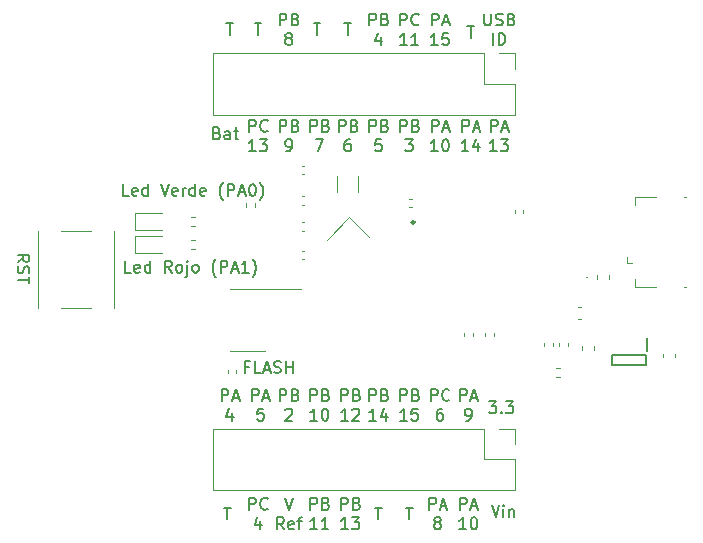
<source format=gbr>
%TF.GenerationSoftware,KiCad,Pcbnew,(5.1.9)-1*%
%TF.CreationDate,2021-08-30T23:08:19-04:00*%
%TF.ProjectId,STM32G491,53544d33-3247-4343-9931-2e6b69636164,rev?*%
%TF.SameCoordinates,Original*%
%TF.FileFunction,Legend,Top*%
%TF.FilePolarity,Positive*%
%FSLAX46Y46*%
G04 Gerber Fmt 4.6, Leading zero omitted, Abs format (unit mm)*
G04 Created by KiCad (PCBNEW (5.1.9)-1) date 2021-08-30 23:08:19*
%MOMM*%
%LPD*%
G01*
G04 APERTURE LIST*
%ADD10C,0.150000*%
%ADD11C,0.153000*%
%ADD12C,0.120000*%
%ADD13C,0.250000*%
%ADD14C,0.200000*%
G04 APERTURE END LIST*
D10*
X176714285Y-99902380D02*
X177285714Y-99902380D01*
X177000000Y-100902380D02*
X177000000Y-99902380D01*
X192114285Y-99902380D02*
X192685714Y-99902380D01*
X192400000Y-100902380D02*
X192400000Y-99902380D01*
X189514285Y-99902380D02*
X190085714Y-99902380D01*
X189800000Y-100902380D02*
X189800000Y-99902380D01*
X199376190Y-99702380D02*
X199709523Y-100702380D01*
X200042857Y-99702380D01*
X200376190Y-100702380D02*
X200376190Y-100035714D01*
X200376190Y-99702380D02*
X200328571Y-99750000D01*
X200376190Y-99797619D01*
X200423809Y-99750000D01*
X200376190Y-99702380D01*
X200376190Y-99797619D01*
X200852380Y-100035714D02*
X200852380Y-100702380D01*
X200852380Y-100130952D02*
X200900000Y-100083333D01*
X200995238Y-100035714D01*
X201138095Y-100035714D01*
X201233333Y-100083333D01*
X201280952Y-100178571D01*
X201280952Y-100702380D01*
X196709523Y-100077380D02*
X196709523Y-99077380D01*
X197090476Y-99077380D01*
X197185714Y-99125000D01*
X197233333Y-99172619D01*
X197280952Y-99267857D01*
X197280952Y-99410714D01*
X197233333Y-99505952D01*
X197185714Y-99553571D01*
X197090476Y-99601190D01*
X196709523Y-99601190D01*
X197661904Y-99791666D02*
X198138095Y-99791666D01*
X197566666Y-100077380D02*
X197900000Y-99077380D01*
X198233333Y-100077380D01*
X197209523Y-101727380D02*
X196638095Y-101727380D01*
X196923809Y-101727380D02*
X196923809Y-100727380D01*
X196828571Y-100870238D01*
X196733333Y-100965476D01*
X196638095Y-101013095D01*
X197828571Y-100727380D02*
X197923809Y-100727380D01*
X198019047Y-100775000D01*
X198066666Y-100822619D01*
X198114285Y-100917857D01*
X198161904Y-101108333D01*
X198161904Y-101346428D01*
X198114285Y-101536904D01*
X198066666Y-101632142D01*
X198019047Y-101679761D01*
X197923809Y-101727380D01*
X197828571Y-101727380D01*
X197733333Y-101679761D01*
X197685714Y-101632142D01*
X197638095Y-101536904D01*
X197590476Y-101346428D01*
X197590476Y-101108333D01*
X197638095Y-100917857D01*
X197685714Y-100822619D01*
X197733333Y-100775000D01*
X197828571Y-100727380D01*
X194109523Y-100077380D02*
X194109523Y-99077380D01*
X194490476Y-99077380D01*
X194585714Y-99125000D01*
X194633333Y-99172619D01*
X194680952Y-99267857D01*
X194680952Y-99410714D01*
X194633333Y-99505952D01*
X194585714Y-99553571D01*
X194490476Y-99601190D01*
X194109523Y-99601190D01*
X195061904Y-99791666D02*
X195538095Y-99791666D01*
X194966666Y-100077380D02*
X195300000Y-99077380D01*
X195633333Y-100077380D01*
X194704761Y-101155952D02*
X194609523Y-101108333D01*
X194561904Y-101060714D01*
X194514285Y-100965476D01*
X194514285Y-100917857D01*
X194561904Y-100822619D01*
X194609523Y-100775000D01*
X194704761Y-100727380D01*
X194895238Y-100727380D01*
X194990476Y-100775000D01*
X195038095Y-100822619D01*
X195085714Y-100917857D01*
X195085714Y-100965476D01*
X195038095Y-101060714D01*
X194990476Y-101108333D01*
X194895238Y-101155952D01*
X194704761Y-101155952D01*
X194609523Y-101203571D01*
X194561904Y-101251190D01*
X194514285Y-101346428D01*
X194514285Y-101536904D01*
X194561904Y-101632142D01*
X194609523Y-101679761D01*
X194704761Y-101727380D01*
X194895238Y-101727380D01*
X194990476Y-101679761D01*
X195038095Y-101632142D01*
X195085714Y-101536904D01*
X195085714Y-101346428D01*
X195038095Y-101251190D01*
X194990476Y-101203571D01*
X194895238Y-101155952D01*
X186638095Y-100077380D02*
X186638095Y-99077380D01*
X187019047Y-99077380D01*
X187114285Y-99125000D01*
X187161904Y-99172619D01*
X187209523Y-99267857D01*
X187209523Y-99410714D01*
X187161904Y-99505952D01*
X187114285Y-99553571D01*
X187019047Y-99601190D01*
X186638095Y-99601190D01*
X187971428Y-99553571D02*
X188114285Y-99601190D01*
X188161904Y-99648809D01*
X188209523Y-99744047D01*
X188209523Y-99886904D01*
X188161904Y-99982142D01*
X188114285Y-100029761D01*
X188019047Y-100077380D01*
X187638095Y-100077380D01*
X187638095Y-99077380D01*
X187971428Y-99077380D01*
X188066666Y-99125000D01*
X188114285Y-99172619D01*
X188161904Y-99267857D01*
X188161904Y-99363095D01*
X188114285Y-99458333D01*
X188066666Y-99505952D01*
X187971428Y-99553571D01*
X187638095Y-99553571D01*
X187209523Y-101727380D02*
X186638095Y-101727380D01*
X186923809Y-101727380D02*
X186923809Y-100727380D01*
X186828571Y-100870238D01*
X186733333Y-100965476D01*
X186638095Y-101013095D01*
X187542857Y-100727380D02*
X188161904Y-100727380D01*
X187828571Y-101108333D01*
X187971428Y-101108333D01*
X188066666Y-101155952D01*
X188114285Y-101203571D01*
X188161904Y-101298809D01*
X188161904Y-101536904D01*
X188114285Y-101632142D01*
X188066666Y-101679761D01*
X187971428Y-101727380D01*
X187685714Y-101727380D01*
X187590476Y-101679761D01*
X187542857Y-101632142D01*
X184038095Y-100077380D02*
X184038095Y-99077380D01*
X184419047Y-99077380D01*
X184514285Y-99125000D01*
X184561904Y-99172619D01*
X184609523Y-99267857D01*
X184609523Y-99410714D01*
X184561904Y-99505952D01*
X184514285Y-99553571D01*
X184419047Y-99601190D01*
X184038095Y-99601190D01*
X185371428Y-99553571D02*
X185514285Y-99601190D01*
X185561904Y-99648809D01*
X185609523Y-99744047D01*
X185609523Y-99886904D01*
X185561904Y-99982142D01*
X185514285Y-100029761D01*
X185419047Y-100077380D01*
X185038095Y-100077380D01*
X185038095Y-99077380D01*
X185371428Y-99077380D01*
X185466666Y-99125000D01*
X185514285Y-99172619D01*
X185561904Y-99267857D01*
X185561904Y-99363095D01*
X185514285Y-99458333D01*
X185466666Y-99505952D01*
X185371428Y-99553571D01*
X185038095Y-99553571D01*
X184609523Y-101727380D02*
X184038095Y-101727380D01*
X184323809Y-101727380D02*
X184323809Y-100727380D01*
X184228571Y-100870238D01*
X184133333Y-100965476D01*
X184038095Y-101013095D01*
X185561904Y-101727380D02*
X184990476Y-101727380D01*
X185276190Y-101727380D02*
X185276190Y-100727380D01*
X185180952Y-100870238D01*
X185085714Y-100965476D01*
X184990476Y-101013095D01*
X181866666Y-99077380D02*
X182200000Y-100077380D01*
X182533333Y-99077380D01*
X181795238Y-101727380D02*
X181461904Y-101251190D01*
X181223809Y-101727380D02*
X181223809Y-100727380D01*
X181604761Y-100727380D01*
X181700000Y-100775000D01*
X181747619Y-100822619D01*
X181795238Y-100917857D01*
X181795238Y-101060714D01*
X181747619Y-101155952D01*
X181700000Y-101203571D01*
X181604761Y-101251190D01*
X181223809Y-101251190D01*
X182604761Y-101679761D02*
X182509523Y-101727380D01*
X182319047Y-101727380D01*
X182223809Y-101679761D01*
X182176190Y-101584523D01*
X182176190Y-101203571D01*
X182223809Y-101108333D01*
X182319047Y-101060714D01*
X182509523Y-101060714D01*
X182604761Y-101108333D01*
X182652380Y-101203571D01*
X182652380Y-101298809D01*
X182176190Y-101394047D01*
X182938095Y-101060714D02*
X183319047Y-101060714D01*
X183080952Y-101727380D02*
X183080952Y-100870238D01*
X183128571Y-100775000D01*
X183223809Y-100727380D01*
X183319047Y-100727380D01*
X178838095Y-100077380D02*
X178838095Y-99077380D01*
X179219047Y-99077380D01*
X179314285Y-99125000D01*
X179361904Y-99172619D01*
X179409523Y-99267857D01*
X179409523Y-99410714D01*
X179361904Y-99505952D01*
X179314285Y-99553571D01*
X179219047Y-99601190D01*
X178838095Y-99601190D01*
X180409523Y-99982142D02*
X180361904Y-100029761D01*
X180219047Y-100077380D01*
X180123809Y-100077380D01*
X179980952Y-100029761D01*
X179885714Y-99934523D01*
X179838095Y-99839285D01*
X179790476Y-99648809D01*
X179790476Y-99505952D01*
X179838095Y-99315476D01*
X179885714Y-99220238D01*
X179980952Y-99125000D01*
X180123809Y-99077380D01*
X180219047Y-99077380D01*
X180361904Y-99125000D01*
X180409523Y-99172619D01*
X179790476Y-101060714D02*
X179790476Y-101727380D01*
X179552380Y-100679761D02*
X179314285Y-101394047D01*
X179933333Y-101394047D01*
X176509523Y-90877380D02*
X176509523Y-89877380D01*
X176890476Y-89877380D01*
X176985714Y-89925000D01*
X177033333Y-89972619D01*
X177080952Y-90067857D01*
X177080952Y-90210714D01*
X177033333Y-90305952D01*
X176985714Y-90353571D01*
X176890476Y-90401190D01*
X176509523Y-90401190D01*
X177461904Y-90591666D02*
X177938095Y-90591666D01*
X177366666Y-90877380D02*
X177700000Y-89877380D01*
X178033333Y-90877380D01*
X177390476Y-91860714D02*
X177390476Y-92527380D01*
X177152380Y-91479761D02*
X176914285Y-92194047D01*
X177533333Y-92194047D01*
X179109523Y-90877380D02*
X179109523Y-89877380D01*
X179490476Y-89877380D01*
X179585714Y-89925000D01*
X179633333Y-89972619D01*
X179680952Y-90067857D01*
X179680952Y-90210714D01*
X179633333Y-90305952D01*
X179585714Y-90353571D01*
X179490476Y-90401190D01*
X179109523Y-90401190D01*
X180061904Y-90591666D02*
X180538095Y-90591666D01*
X179966666Y-90877380D02*
X180300000Y-89877380D01*
X180633333Y-90877380D01*
X180038095Y-91527380D02*
X179561904Y-91527380D01*
X179514285Y-92003571D01*
X179561904Y-91955952D01*
X179657142Y-91908333D01*
X179895238Y-91908333D01*
X179990476Y-91955952D01*
X180038095Y-92003571D01*
X180085714Y-92098809D01*
X180085714Y-92336904D01*
X180038095Y-92432142D01*
X179990476Y-92479761D01*
X179895238Y-92527380D01*
X179657142Y-92527380D01*
X179561904Y-92479761D01*
X179514285Y-92432142D01*
X181438095Y-90877380D02*
X181438095Y-89877380D01*
X181819047Y-89877380D01*
X181914285Y-89925000D01*
X181961904Y-89972619D01*
X182009523Y-90067857D01*
X182009523Y-90210714D01*
X181961904Y-90305952D01*
X181914285Y-90353571D01*
X181819047Y-90401190D01*
X181438095Y-90401190D01*
X182771428Y-90353571D02*
X182914285Y-90401190D01*
X182961904Y-90448809D01*
X183009523Y-90544047D01*
X183009523Y-90686904D01*
X182961904Y-90782142D01*
X182914285Y-90829761D01*
X182819047Y-90877380D01*
X182438095Y-90877380D01*
X182438095Y-89877380D01*
X182771428Y-89877380D01*
X182866666Y-89925000D01*
X182914285Y-89972619D01*
X182961904Y-90067857D01*
X182961904Y-90163095D01*
X182914285Y-90258333D01*
X182866666Y-90305952D01*
X182771428Y-90353571D01*
X182438095Y-90353571D01*
X181914285Y-91622619D02*
X181961904Y-91575000D01*
X182057142Y-91527380D01*
X182295238Y-91527380D01*
X182390476Y-91575000D01*
X182438095Y-91622619D01*
X182485714Y-91717857D01*
X182485714Y-91813095D01*
X182438095Y-91955952D01*
X181866666Y-92527380D01*
X182485714Y-92527380D01*
X184038095Y-90877380D02*
X184038095Y-89877380D01*
X184419047Y-89877380D01*
X184514285Y-89925000D01*
X184561904Y-89972619D01*
X184609523Y-90067857D01*
X184609523Y-90210714D01*
X184561904Y-90305952D01*
X184514285Y-90353571D01*
X184419047Y-90401190D01*
X184038095Y-90401190D01*
X185371428Y-90353571D02*
X185514285Y-90401190D01*
X185561904Y-90448809D01*
X185609523Y-90544047D01*
X185609523Y-90686904D01*
X185561904Y-90782142D01*
X185514285Y-90829761D01*
X185419047Y-90877380D01*
X185038095Y-90877380D01*
X185038095Y-89877380D01*
X185371428Y-89877380D01*
X185466666Y-89925000D01*
X185514285Y-89972619D01*
X185561904Y-90067857D01*
X185561904Y-90163095D01*
X185514285Y-90258333D01*
X185466666Y-90305952D01*
X185371428Y-90353571D01*
X185038095Y-90353571D01*
X184609523Y-92527380D02*
X184038095Y-92527380D01*
X184323809Y-92527380D02*
X184323809Y-91527380D01*
X184228571Y-91670238D01*
X184133333Y-91765476D01*
X184038095Y-91813095D01*
X185228571Y-91527380D02*
X185323809Y-91527380D01*
X185419047Y-91575000D01*
X185466666Y-91622619D01*
X185514285Y-91717857D01*
X185561904Y-91908333D01*
X185561904Y-92146428D01*
X185514285Y-92336904D01*
X185466666Y-92432142D01*
X185419047Y-92479761D01*
X185323809Y-92527380D01*
X185228571Y-92527380D01*
X185133333Y-92479761D01*
X185085714Y-92432142D01*
X185038095Y-92336904D01*
X184990476Y-92146428D01*
X184990476Y-91908333D01*
X185038095Y-91717857D01*
X185085714Y-91622619D01*
X185133333Y-91575000D01*
X185228571Y-91527380D01*
X186638095Y-90877380D02*
X186638095Y-89877380D01*
X187019047Y-89877380D01*
X187114285Y-89925000D01*
X187161904Y-89972619D01*
X187209523Y-90067857D01*
X187209523Y-90210714D01*
X187161904Y-90305952D01*
X187114285Y-90353571D01*
X187019047Y-90401190D01*
X186638095Y-90401190D01*
X187971428Y-90353571D02*
X188114285Y-90401190D01*
X188161904Y-90448809D01*
X188209523Y-90544047D01*
X188209523Y-90686904D01*
X188161904Y-90782142D01*
X188114285Y-90829761D01*
X188019047Y-90877380D01*
X187638095Y-90877380D01*
X187638095Y-89877380D01*
X187971428Y-89877380D01*
X188066666Y-89925000D01*
X188114285Y-89972619D01*
X188161904Y-90067857D01*
X188161904Y-90163095D01*
X188114285Y-90258333D01*
X188066666Y-90305952D01*
X187971428Y-90353571D01*
X187638095Y-90353571D01*
X187209523Y-92527380D02*
X186638095Y-92527380D01*
X186923809Y-92527380D02*
X186923809Y-91527380D01*
X186828571Y-91670238D01*
X186733333Y-91765476D01*
X186638095Y-91813095D01*
X187590476Y-91622619D02*
X187638095Y-91575000D01*
X187733333Y-91527380D01*
X187971428Y-91527380D01*
X188066666Y-91575000D01*
X188114285Y-91622619D01*
X188161904Y-91717857D01*
X188161904Y-91813095D01*
X188114285Y-91955952D01*
X187542857Y-92527380D01*
X188161904Y-92527380D01*
X189038095Y-90877380D02*
X189038095Y-89877380D01*
X189419047Y-89877380D01*
X189514285Y-89925000D01*
X189561904Y-89972619D01*
X189609523Y-90067857D01*
X189609523Y-90210714D01*
X189561904Y-90305952D01*
X189514285Y-90353571D01*
X189419047Y-90401190D01*
X189038095Y-90401190D01*
X190371428Y-90353571D02*
X190514285Y-90401190D01*
X190561904Y-90448809D01*
X190609523Y-90544047D01*
X190609523Y-90686904D01*
X190561904Y-90782142D01*
X190514285Y-90829761D01*
X190419047Y-90877380D01*
X190038095Y-90877380D01*
X190038095Y-89877380D01*
X190371428Y-89877380D01*
X190466666Y-89925000D01*
X190514285Y-89972619D01*
X190561904Y-90067857D01*
X190561904Y-90163095D01*
X190514285Y-90258333D01*
X190466666Y-90305952D01*
X190371428Y-90353571D01*
X190038095Y-90353571D01*
X189609523Y-92527380D02*
X189038095Y-92527380D01*
X189323809Y-92527380D02*
X189323809Y-91527380D01*
X189228571Y-91670238D01*
X189133333Y-91765476D01*
X189038095Y-91813095D01*
X190466666Y-91860714D02*
X190466666Y-92527380D01*
X190228571Y-91479761D02*
X189990476Y-92194047D01*
X190609523Y-92194047D01*
X191638095Y-90877380D02*
X191638095Y-89877380D01*
X192019047Y-89877380D01*
X192114285Y-89925000D01*
X192161904Y-89972619D01*
X192209523Y-90067857D01*
X192209523Y-90210714D01*
X192161904Y-90305952D01*
X192114285Y-90353571D01*
X192019047Y-90401190D01*
X191638095Y-90401190D01*
X192971428Y-90353571D02*
X193114285Y-90401190D01*
X193161904Y-90448809D01*
X193209523Y-90544047D01*
X193209523Y-90686904D01*
X193161904Y-90782142D01*
X193114285Y-90829761D01*
X193019047Y-90877380D01*
X192638095Y-90877380D01*
X192638095Y-89877380D01*
X192971428Y-89877380D01*
X193066666Y-89925000D01*
X193114285Y-89972619D01*
X193161904Y-90067857D01*
X193161904Y-90163095D01*
X193114285Y-90258333D01*
X193066666Y-90305952D01*
X192971428Y-90353571D01*
X192638095Y-90353571D01*
X192209523Y-92527380D02*
X191638095Y-92527380D01*
X191923809Y-92527380D02*
X191923809Y-91527380D01*
X191828571Y-91670238D01*
X191733333Y-91765476D01*
X191638095Y-91813095D01*
X193114285Y-91527380D02*
X192638095Y-91527380D01*
X192590476Y-92003571D01*
X192638095Y-91955952D01*
X192733333Y-91908333D01*
X192971428Y-91908333D01*
X193066666Y-91955952D01*
X193114285Y-92003571D01*
X193161904Y-92098809D01*
X193161904Y-92336904D01*
X193114285Y-92432142D01*
X193066666Y-92479761D01*
X192971428Y-92527380D01*
X192733333Y-92527380D01*
X192638095Y-92479761D01*
X192590476Y-92432142D01*
X194238095Y-90877380D02*
X194238095Y-89877380D01*
X194619047Y-89877380D01*
X194714285Y-89925000D01*
X194761904Y-89972619D01*
X194809523Y-90067857D01*
X194809523Y-90210714D01*
X194761904Y-90305952D01*
X194714285Y-90353571D01*
X194619047Y-90401190D01*
X194238095Y-90401190D01*
X195809523Y-90782142D02*
X195761904Y-90829761D01*
X195619047Y-90877380D01*
X195523809Y-90877380D01*
X195380952Y-90829761D01*
X195285714Y-90734523D01*
X195238095Y-90639285D01*
X195190476Y-90448809D01*
X195190476Y-90305952D01*
X195238095Y-90115476D01*
X195285714Y-90020238D01*
X195380952Y-89925000D01*
X195523809Y-89877380D01*
X195619047Y-89877380D01*
X195761904Y-89925000D01*
X195809523Y-89972619D01*
X195190476Y-91527380D02*
X195000000Y-91527380D01*
X194904761Y-91575000D01*
X194857142Y-91622619D01*
X194761904Y-91765476D01*
X194714285Y-91955952D01*
X194714285Y-92336904D01*
X194761904Y-92432142D01*
X194809523Y-92479761D01*
X194904761Y-92527380D01*
X195095238Y-92527380D01*
X195190476Y-92479761D01*
X195238095Y-92432142D01*
X195285714Y-92336904D01*
X195285714Y-92098809D01*
X195238095Y-92003571D01*
X195190476Y-91955952D01*
X195095238Y-91908333D01*
X194904761Y-91908333D01*
X194809523Y-91955952D01*
X194761904Y-92003571D01*
X194714285Y-92098809D01*
X196709523Y-90877380D02*
X196709523Y-89877380D01*
X197090476Y-89877380D01*
X197185714Y-89925000D01*
X197233333Y-89972619D01*
X197280952Y-90067857D01*
X197280952Y-90210714D01*
X197233333Y-90305952D01*
X197185714Y-90353571D01*
X197090476Y-90401190D01*
X196709523Y-90401190D01*
X197661904Y-90591666D02*
X198138095Y-90591666D01*
X197566666Y-90877380D02*
X197900000Y-89877380D01*
X198233333Y-90877380D01*
X197209523Y-92527380D02*
X197400000Y-92527380D01*
X197495238Y-92479761D01*
X197542857Y-92432142D01*
X197638095Y-92289285D01*
X197685714Y-92098809D01*
X197685714Y-91717857D01*
X197638095Y-91622619D01*
X197590476Y-91575000D01*
X197495238Y-91527380D01*
X197304761Y-91527380D01*
X197209523Y-91575000D01*
X197161904Y-91622619D01*
X197114285Y-91717857D01*
X197114285Y-91955952D01*
X197161904Y-92051190D01*
X197209523Y-92098809D01*
X197304761Y-92146428D01*
X197495238Y-92146428D01*
X197590476Y-92098809D01*
X197638095Y-92051190D01*
X197685714Y-91955952D01*
X199152380Y-90902380D02*
X199771428Y-90902380D01*
X199438095Y-91283333D01*
X199580952Y-91283333D01*
X199676190Y-91330952D01*
X199723809Y-91378571D01*
X199771428Y-91473809D01*
X199771428Y-91711904D01*
X199723809Y-91807142D01*
X199676190Y-91854761D01*
X199580952Y-91902380D01*
X199295238Y-91902380D01*
X199200000Y-91854761D01*
X199152380Y-91807142D01*
X200200000Y-91807142D02*
X200247619Y-91854761D01*
X200200000Y-91902380D01*
X200152380Y-91854761D01*
X200200000Y-91807142D01*
X200200000Y-91902380D01*
X200580952Y-90902380D02*
X201200000Y-90902380D01*
X200866666Y-91283333D01*
X201009523Y-91283333D01*
X201104761Y-91330952D01*
X201152380Y-91378571D01*
X201200000Y-91473809D01*
X201200000Y-91711904D01*
X201152380Y-91807142D01*
X201104761Y-91854761D01*
X201009523Y-91902380D01*
X200723809Y-91902380D01*
X200628571Y-91854761D01*
X200580952Y-91807142D01*
X197314285Y-59102380D02*
X197885714Y-59102380D01*
X197600000Y-60102380D02*
X197600000Y-59102380D01*
X186914285Y-58902380D02*
X187485714Y-58902380D01*
X187200000Y-59902380D02*
X187200000Y-58902380D01*
X184314285Y-58902380D02*
X184885714Y-58902380D01*
X184600000Y-59902380D02*
X184600000Y-58902380D01*
X179314285Y-58902380D02*
X179885714Y-58902380D01*
X179600000Y-59902380D02*
X179600000Y-58902380D01*
X176914285Y-58902380D02*
X177485714Y-58902380D01*
X177200000Y-59902380D02*
X177200000Y-58902380D01*
D11*
X181438095Y-59075880D02*
X181438095Y-58075880D01*
X181819047Y-58075880D01*
X181914285Y-58123500D01*
X181961904Y-58171119D01*
X182009523Y-58266357D01*
X182009523Y-58409214D01*
X181961904Y-58504452D01*
X181914285Y-58552071D01*
X181819047Y-58599690D01*
X181438095Y-58599690D01*
X182771428Y-58552071D02*
X182914285Y-58599690D01*
X182961904Y-58647309D01*
X183009523Y-58742547D01*
X183009523Y-58885404D01*
X182961904Y-58980642D01*
X182914285Y-59028261D01*
X182819047Y-59075880D01*
X182438095Y-59075880D01*
X182438095Y-58075880D01*
X182771428Y-58075880D01*
X182866666Y-58123500D01*
X182914285Y-58171119D01*
X182961904Y-58266357D01*
X182961904Y-58361595D01*
X182914285Y-58456833D01*
X182866666Y-58504452D01*
X182771428Y-58552071D01*
X182438095Y-58552071D01*
X182104761Y-60157452D02*
X182009523Y-60109833D01*
X181961904Y-60062214D01*
X181914285Y-59966976D01*
X181914285Y-59919357D01*
X181961904Y-59824119D01*
X182009523Y-59776500D01*
X182104761Y-59728880D01*
X182295238Y-59728880D01*
X182390476Y-59776500D01*
X182438095Y-59824119D01*
X182485714Y-59919357D01*
X182485714Y-59966976D01*
X182438095Y-60062214D01*
X182390476Y-60109833D01*
X182295238Y-60157452D01*
X182104761Y-60157452D01*
X182009523Y-60205071D01*
X181961904Y-60252690D01*
X181914285Y-60347928D01*
X181914285Y-60538404D01*
X181961904Y-60633642D01*
X182009523Y-60681261D01*
X182104761Y-60728880D01*
X182295238Y-60728880D01*
X182390476Y-60681261D01*
X182438095Y-60633642D01*
X182485714Y-60538404D01*
X182485714Y-60347928D01*
X182438095Y-60252690D01*
X182390476Y-60205071D01*
X182295238Y-60157452D01*
X189038095Y-59075880D02*
X189038095Y-58075880D01*
X189419047Y-58075880D01*
X189514285Y-58123500D01*
X189561904Y-58171119D01*
X189609523Y-58266357D01*
X189609523Y-58409214D01*
X189561904Y-58504452D01*
X189514285Y-58552071D01*
X189419047Y-58599690D01*
X189038095Y-58599690D01*
X190371428Y-58552071D02*
X190514285Y-58599690D01*
X190561904Y-58647309D01*
X190609523Y-58742547D01*
X190609523Y-58885404D01*
X190561904Y-58980642D01*
X190514285Y-59028261D01*
X190419047Y-59075880D01*
X190038095Y-59075880D01*
X190038095Y-58075880D01*
X190371428Y-58075880D01*
X190466666Y-58123500D01*
X190514285Y-58171119D01*
X190561904Y-58266357D01*
X190561904Y-58361595D01*
X190514285Y-58456833D01*
X190466666Y-58504452D01*
X190371428Y-58552071D01*
X190038095Y-58552071D01*
X189990476Y-60062214D02*
X189990476Y-60728880D01*
X189752380Y-59681261D02*
X189514285Y-60395547D01*
X190133333Y-60395547D01*
X191638095Y-59075880D02*
X191638095Y-58075880D01*
X192019047Y-58075880D01*
X192114285Y-58123500D01*
X192161904Y-58171119D01*
X192209523Y-58266357D01*
X192209523Y-58409214D01*
X192161904Y-58504452D01*
X192114285Y-58552071D01*
X192019047Y-58599690D01*
X191638095Y-58599690D01*
X193209523Y-58980642D02*
X193161904Y-59028261D01*
X193019047Y-59075880D01*
X192923809Y-59075880D01*
X192780952Y-59028261D01*
X192685714Y-58933023D01*
X192638095Y-58837785D01*
X192590476Y-58647309D01*
X192590476Y-58504452D01*
X192638095Y-58313976D01*
X192685714Y-58218738D01*
X192780952Y-58123500D01*
X192923809Y-58075880D01*
X193019047Y-58075880D01*
X193161904Y-58123500D01*
X193209523Y-58171119D01*
X192209523Y-60728880D02*
X191638095Y-60728880D01*
X191923809Y-60728880D02*
X191923809Y-59728880D01*
X191828571Y-59871738D01*
X191733333Y-59966976D01*
X191638095Y-60014595D01*
X193161904Y-60728880D02*
X192590476Y-60728880D01*
X192876190Y-60728880D02*
X192876190Y-59728880D01*
X192780952Y-59871738D01*
X192685714Y-59966976D01*
X192590476Y-60014595D01*
X194309523Y-59075880D02*
X194309523Y-58075880D01*
X194690476Y-58075880D01*
X194785714Y-58123500D01*
X194833333Y-58171119D01*
X194880952Y-58266357D01*
X194880952Y-58409214D01*
X194833333Y-58504452D01*
X194785714Y-58552071D01*
X194690476Y-58599690D01*
X194309523Y-58599690D01*
X195261904Y-58790166D02*
X195738095Y-58790166D01*
X195166666Y-59075880D02*
X195500000Y-58075880D01*
X195833333Y-59075880D01*
X194809523Y-60728880D02*
X194238095Y-60728880D01*
X194523809Y-60728880D02*
X194523809Y-59728880D01*
X194428571Y-59871738D01*
X194333333Y-59966976D01*
X194238095Y-60014595D01*
X195714285Y-59728880D02*
X195238095Y-59728880D01*
X195190476Y-60205071D01*
X195238095Y-60157452D01*
X195333333Y-60109833D01*
X195571428Y-60109833D01*
X195666666Y-60157452D01*
X195714285Y-60205071D01*
X195761904Y-60300309D01*
X195761904Y-60538404D01*
X195714285Y-60633642D01*
X195666666Y-60681261D01*
X195571428Y-60728880D01*
X195333333Y-60728880D01*
X195238095Y-60681261D01*
X195190476Y-60633642D01*
X198738095Y-58075880D02*
X198738095Y-58885404D01*
X198785714Y-58980642D01*
X198833333Y-59028261D01*
X198928571Y-59075880D01*
X199119047Y-59075880D01*
X199214285Y-59028261D01*
X199261904Y-58980642D01*
X199309523Y-58885404D01*
X199309523Y-58075880D01*
X199738095Y-59028261D02*
X199880952Y-59075880D01*
X200119047Y-59075880D01*
X200214285Y-59028261D01*
X200261904Y-58980642D01*
X200309523Y-58885404D01*
X200309523Y-58790166D01*
X200261904Y-58694928D01*
X200214285Y-58647309D01*
X200119047Y-58599690D01*
X199928571Y-58552071D01*
X199833333Y-58504452D01*
X199785714Y-58456833D01*
X199738095Y-58361595D01*
X199738095Y-58266357D01*
X199785714Y-58171119D01*
X199833333Y-58123500D01*
X199928571Y-58075880D01*
X200166666Y-58075880D01*
X200309523Y-58123500D01*
X201071428Y-58552071D02*
X201214285Y-58599690D01*
X201261904Y-58647309D01*
X201309523Y-58742547D01*
X201309523Y-58885404D01*
X201261904Y-58980642D01*
X201214285Y-59028261D01*
X201119047Y-59075880D01*
X200738095Y-59075880D01*
X200738095Y-58075880D01*
X201071428Y-58075880D01*
X201166666Y-58123500D01*
X201214285Y-58171119D01*
X201261904Y-58266357D01*
X201261904Y-58361595D01*
X201214285Y-58456833D01*
X201166666Y-58504452D01*
X201071428Y-58552071D01*
X200738095Y-58552071D01*
X199500000Y-60728880D02*
X199500000Y-59728880D01*
X199976190Y-60728880D02*
X199976190Y-59728880D01*
X200214285Y-59728880D01*
X200357142Y-59776500D01*
X200452380Y-59871738D01*
X200500000Y-59966976D01*
X200547619Y-60157452D01*
X200547619Y-60300309D01*
X200500000Y-60490785D01*
X200452380Y-60586023D01*
X200357142Y-60681261D01*
X200214285Y-60728880D01*
X199976190Y-60728880D01*
X176133333Y-68178571D02*
X176276190Y-68226190D01*
X176323809Y-68273809D01*
X176371428Y-68369047D01*
X176371428Y-68511904D01*
X176323809Y-68607142D01*
X176276190Y-68654761D01*
X176180952Y-68702380D01*
X175800000Y-68702380D01*
X175800000Y-67702380D01*
X176133333Y-67702380D01*
X176228571Y-67750000D01*
X176276190Y-67797619D01*
X176323809Y-67892857D01*
X176323809Y-67988095D01*
X176276190Y-68083333D01*
X176228571Y-68130952D01*
X176133333Y-68178571D01*
X175800000Y-68178571D01*
X177228571Y-68702380D02*
X177228571Y-68178571D01*
X177180952Y-68083333D01*
X177085714Y-68035714D01*
X176895238Y-68035714D01*
X176800000Y-68083333D01*
X177228571Y-68654761D02*
X177133333Y-68702380D01*
X176895238Y-68702380D01*
X176800000Y-68654761D01*
X176752380Y-68559523D01*
X176752380Y-68464285D01*
X176800000Y-68369047D01*
X176895238Y-68321428D01*
X177133333Y-68321428D01*
X177228571Y-68273809D01*
X177561904Y-68035714D02*
X177942857Y-68035714D01*
X177704761Y-67702380D02*
X177704761Y-68559523D01*
X177752380Y-68654761D01*
X177847619Y-68702380D01*
X177942857Y-68702380D01*
X178838095Y-68075880D02*
X178838095Y-67075880D01*
X179219047Y-67075880D01*
X179314285Y-67123500D01*
X179361904Y-67171119D01*
X179409523Y-67266357D01*
X179409523Y-67409214D01*
X179361904Y-67504452D01*
X179314285Y-67552071D01*
X179219047Y-67599690D01*
X178838095Y-67599690D01*
X180409523Y-67980642D02*
X180361904Y-68028261D01*
X180219047Y-68075880D01*
X180123809Y-68075880D01*
X179980952Y-68028261D01*
X179885714Y-67933023D01*
X179838095Y-67837785D01*
X179790476Y-67647309D01*
X179790476Y-67504452D01*
X179838095Y-67313976D01*
X179885714Y-67218738D01*
X179980952Y-67123500D01*
X180123809Y-67075880D01*
X180219047Y-67075880D01*
X180361904Y-67123500D01*
X180409523Y-67171119D01*
X179409523Y-69728880D02*
X178838095Y-69728880D01*
X179123809Y-69728880D02*
X179123809Y-68728880D01*
X179028571Y-68871738D01*
X178933333Y-68966976D01*
X178838095Y-69014595D01*
X179742857Y-68728880D02*
X180361904Y-68728880D01*
X180028571Y-69109833D01*
X180171428Y-69109833D01*
X180266666Y-69157452D01*
X180314285Y-69205071D01*
X180361904Y-69300309D01*
X180361904Y-69538404D01*
X180314285Y-69633642D01*
X180266666Y-69681261D01*
X180171428Y-69728880D01*
X179885714Y-69728880D01*
X179790476Y-69681261D01*
X179742857Y-69633642D01*
X181438095Y-68075880D02*
X181438095Y-67075880D01*
X181819047Y-67075880D01*
X181914285Y-67123500D01*
X181961904Y-67171119D01*
X182009523Y-67266357D01*
X182009523Y-67409214D01*
X181961904Y-67504452D01*
X181914285Y-67552071D01*
X181819047Y-67599690D01*
X181438095Y-67599690D01*
X182771428Y-67552071D02*
X182914285Y-67599690D01*
X182961904Y-67647309D01*
X183009523Y-67742547D01*
X183009523Y-67885404D01*
X182961904Y-67980642D01*
X182914285Y-68028261D01*
X182819047Y-68075880D01*
X182438095Y-68075880D01*
X182438095Y-67075880D01*
X182771428Y-67075880D01*
X182866666Y-67123500D01*
X182914285Y-67171119D01*
X182961904Y-67266357D01*
X182961904Y-67361595D01*
X182914285Y-67456833D01*
X182866666Y-67504452D01*
X182771428Y-67552071D01*
X182438095Y-67552071D01*
X182009523Y-69728880D02*
X182200000Y-69728880D01*
X182295238Y-69681261D01*
X182342857Y-69633642D01*
X182438095Y-69490785D01*
X182485714Y-69300309D01*
X182485714Y-68919357D01*
X182438095Y-68824119D01*
X182390476Y-68776500D01*
X182295238Y-68728880D01*
X182104761Y-68728880D01*
X182009523Y-68776500D01*
X181961904Y-68824119D01*
X181914285Y-68919357D01*
X181914285Y-69157452D01*
X181961904Y-69252690D01*
X182009523Y-69300309D01*
X182104761Y-69347928D01*
X182295238Y-69347928D01*
X182390476Y-69300309D01*
X182438095Y-69252690D01*
X182485714Y-69157452D01*
X184038095Y-68075880D02*
X184038095Y-67075880D01*
X184419047Y-67075880D01*
X184514285Y-67123500D01*
X184561904Y-67171119D01*
X184609523Y-67266357D01*
X184609523Y-67409214D01*
X184561904Y-67504452D01*
X184514285Y-67552071D01*
X184419047Y-67599690D01*
X184038095Y-67599690D01*
X185371428Y-67552071D02*
X185514285Y-67599690D01*
X185561904Y-67647309D01*
X185609523Y-67742547D01*
X185609523Y-67885404D01*
X185561904Y-67980642D01*
X185514285Y-68028261D01*
X185419047Y-68075880D01*
X185038095Y-68075880D01*
X185038095Y-67075880D01*
X185371428Y-67075880D01*
X185466666Y-67123500D01*
X185514285Y-67171119D01*
X185561904Y-67266357D01*
X185561904Y-67361595D01*
X185514285Y-67456833D01*
X185466666Y-67504452D01*
X185371428Y-67552071D01*
X185038095Y-67552071D01*
X184466666Y-68728880D02*
X185133333Y-68728880D01*
X184704761Y-69728880D01*
X186438095Y-68075880D02*
X186438095Y-67075880D01*
X186819047Y-67075880D01*
X186914285Y-67123500D01*
X186961904Y-67171119D01*
X187009523Y-67266357D01*
X187009523Y-67409214D01*
X186961904Y-67504452D01*
X186914285Y-67552071D01*
X186819047Y-67599690D01*
X186438095Y-67599690D01*
X187771428Y-67552071D02*
X187914285Y-67599690D01*
X187961904Y-67647309D01*
X188009523Y-67742547D01*
X188009523Y-67885404D01*
X187961904Y-67980642D01*
X187914285Y-68028261D01*
X187819047Y-68075880D01*
X187438095Y-68075880D01*
X187438095Y-67075880D01*
X187771428Y-67075880D01*
X187866666Y-67123500D01*
X187914285Y-67171119D01*
X187961904Y-67266357D01*
X187961904Y-67361595D01*
X187914285Y-67456833D01*
X187866666Y-67504452D01*
X187771428Y-67552071D01*
X187438095Y-67552071D01*
X187390476Y-68728880D02*
X187200000Y-68728880D01*
X187104761Y-68776500D01*
X187057142Y-68824119D01*
X186961904Y-68966976D01*
X186914285Y-69157452D01*
X186914285Y-69538404D01*
X186961904Y-69633642D01*
X187009523Y-69681261D01*
X187104761Y-69728880D01*
X187295238Y-69728880D01*
X187390476Y-69681261D01*
X187438095Y-69633642D01*
X187485714Y-69538404D01*
X187485714Y-69300309D01*
X187438095Y-69205071D01*
X187390476Y-69157452D01*
X187295238Y-69109833D01*
X187104761Y-69109833D01*
X187009523Y-69157452D01*
X186961904Y-69205071D01*
X186914285Y-69300309D01*
X189038095Y-68075880D02*
X189038095Y-67075880D01*
X189419047Y-67075880D01*
X189514285Y-67123500D01*
X189561904Y-67171119D01*
X189609523Y-67266357D01*
X189609523Y-67409214D01*
X189561904Y-67504452D01*
X189514285Y-67552071D01*
X189419047Y-67599690D01*
X189038095Y-67599690D01*
X190371428Y-67552071D02*
X190514285Y-67599690D01*
X190561904Y-67647309D01*
X190609523Y-67742547D01*
X190609523Y-67885404D01*
X190561904Y-67980642D01*
X190514285Y-68028261D01*
X190419047Y-68075880D01*
X190038095Y-68075880D01*
X190038095Y-67075880D01*
X190371428Y-67075880D01*
X190466666Y-67123500D01*
X190514285Y-67171119D01*
X190561904Y-67266357D01*
X190561904Y-67361595D01*
X190514285Y-67456833D01*
X190466666Y-67504452D01*
X190371428Y-67552071D01*
X190038095Y-67552071D01*
X190038095Y-68728880D02*
X189561904Y-68728880D01*
X189514285Y-69205071D01*
X189561904Y-69157452D01*
X189657142Y-69109833D01*
X189895238Y-69109833D01*
X189990476Y-69157452D01*
X190038095Y-69205071D01*
X190085714Y-69300309D01*
X190085714Y-69538404D01*
X190038095Y-69633642D01*
X189990476Y-69681261D01*
X189895238Y-69728880D01*
X189657142Y-69728880D01*
X189561904Y-69681261D01*
X189514285Y-69633642D01*
X191638095Y-68075880D02*
X191638095Y-67075880D01*
X192019047Y-67075880D01*
X192114285Y-67123500D01*
X192161904Y-67171119D01*
X192209523Y-67266357D01*
X192209523Y-67409214D01*
X192161904Y-67504452D01*
X192114285Y-67552071D01*
X192019047Y-67599690D01*
X191638095Y-67599690D01*
X192971428Y-67552071D02*
X193114285Y-67599690D01*
X193161904Y-67647309D01*
X193209523Y-67742547D01*
X193209523Y-67885404D01*
X193161904Y-67980642D01*
X193114285Y-68028261D01*
X193019047Y-68075880D01*
X192638095Y-68075880D01*
X192638095Y-67075880D01*
X192971428Y-67075880D01*
X193066666Y-67123500D01*
X193114285Y-67171119D01*
X193161904Y-67266357D01*
X193161904Y-67361595D01*
X193114285Y-67456833D01*
X193066666Y-67504452D01*
X192971428Y-67552071D01*
X192638095Y-67552071D01*
X192066666Y-68728880D02*
X192685714Y-68728880D01*
X192352380Y-69109833D01*
X192495238Y-69109833D01*
X192590476Y-69157452D01*
X192638095Y-69205071D01*
X192685714Y-69300309D01*
X192685714Y-69538404D01*
X192638095Y-69633642D01*
X192590476Y-69681261D01*
X192495238Y-69728880D01*
X192209523Y-69728880D01*
X192114285Y-69681261D01*
X192066666Y-69633642D01*
X194309523Y-68075880D02*
X194309523Y-67075880D01*
X194690476Y-67075880D01*
X194785714Y-67123500D01*
X194833333Y-67171119D01*
X194880952Y-67266357D01*
X194880952Y-67409214D01*
X194833333Y-67504452D01*
X194785714Y-67552071D01*
X194690476Y-67599690D01*
X194309523Y-67599690D01*
X195261904Y-67790166D02*
X195738095Y-67790166D01*
X195166666Y-68075880D02*
X195500000Y-67075880D01*
X195833333Y-68075880D01*
X194809523Y-69728880D02*
X194238095Y-69728880D01*
X194523809Y-69728880D02*
X194523809Y-68728880D01*
X194428571Y-68871738D01*
X194333333Y-68966976D01*
X194238095Y-69014595D01*
X195428571Y-68728880D02*
X195523809Y-68728880D01*
X195619047Y-68776500D01*
X195666666Y-68824119D01*
X195714285Y-68919357D01*
X195761904Y-69109833D01*
X195761904Y-69347928D01*
X195714285Y-69538404D01*
X195666666Y-69633642D01*
X195619047Y-69681261D01*
X195523809Y-69728880D01*
X195428571Y-69728880D01*
X195333333Y-69681261D01*
X195285714Y-69633642D01*
X195238095Y-69538404D01*
X195190476Y-69347928D01*
X195190476Y-69109833D01*
X195238095Y-68919357D01*
X195285714Y-68824119D01*
X195333333Y-68776500D01*
X195428571Y-68728880D01*
X196909523Y-68075880D02*
X196909523Y-67075880D01*
X197290476Y-67075880D01*
X197385714Y-67123500D01*
X197433333Y-67171119D01*
X197480952Y-67266357D01*
X197480952Y-67409214D01*
X197433333Y-67504452D01*
X197385714Y-67552071D01*
X197290476Y-67599690D01*
X196909523Y-67599690D01*
X197861904Y-67790166D02*
X198338095Y-67790166D01*
X197766666Y-68075880D02*
X198100000Y-67075880D01*
X198433333Y-68075880D01*
X197409523Y-69728880D02*
X196838095Y-69728880D01*
X197123809Y-69728880D02*
X197123809Y-68728880D01*
X197028571Y-68871738D01*
X196933333Y-68966976D01*
X196838095Y-69014595D01*
X198266666Y-69062214D02*
X198266666Y-69728880D01*
X198028571Y-68681261D02*
X197790476Y-69395547D01*
X198409523Y-69395547D01*
X199309523Y-68075880D02*
X199309523Y-67075880D01*
X199690476Y-67075880D01*
X199785714Y-67123500D01*
X199833333Y-67171119D01*
X199880952Y-67266357D01*
X199880952Y-67409214D01*
X199833333Y-67504452D01*
X199785714Y-67552071D01*
X199690476Y-67599690D01*
X199309523Y-67599690D01*
X200261904Y-67790166D02*
X200738095Y-67790166D01*
X200166666Y-68075880D02*
X200500000Y-67075880D01*
X200833333Y-68075880D01*
X199809523Y-69728880D02*
X199238095Y-69728880D01*
X199523809Y-69728880D02*
X199523809Y-68728880D01*
X199428571Y-68871738D01*
X199333333Y-68966976D01*
X199238095Y-69014595D01*
X200142857Y-68728880D02*
X200761904Y-68728880D01*
X200428571Y-69109833D01*
X200571428Y-69109833D01*
X200666666Y-69157452D01*
X200714285Y-69205071D01*
X200761904Y-69300309D01*
X200761904Y-69538404D01*
X200714285Y-69633642D01*
X200666666Y-69681261D01*
X200571428Y-69728880D01*
X200285714Y-69728880D01*
X200190476Y-69681261D01*
X200142857Y-69633642D01*
D12*
%TO.C,RST*%
X167430000Y-82980000D02*
X167400000Y-82980000D01*
X160970000Y-82980000D02*
X161000000Y-82980000D01*
X160970000Y-76520000D02*
X161000000Y-76520000D01*
X167400000Y-76520000D02*
X167430000Y-76520000D01*
X165500000Y-82980000D02*
X162900000Y-82980000D01*
X167430000Y-76520000D02*
X167430000Y-82980000D01*
X165500000Y-76520000D02*
X162900000Y-76520000D01*
X160970000Y-76520000D02*
X160970000Y-82980000D01*
%TO.C,R_RST1*%
X178620000Y-74453641D02*
X178620000Y-74146359D01*
X179380000Y-74453641D02*
X179380000Y-74146359D01*
%TO.C,R_LED_VERDE1*%
X174253641Y-76080000D02*
X173946359Y-76080000D01*
X174253641Y-75320000D02*
X173946359Y-75320000D01*
%TO.C,R_LED_ROJO1*%
X174253641Y-77980000D02*
X173946359Y-77980000D01*
X174253641Y-77220000D02*
X173946359Y-77220000D01*
%TO.C,Led Verde (PA0)*%
X171500000Y-74965000D02*
X169215000Y-74965000D01*
X169215000Y-74965000D02*
X169215000Y-76435000D01*
X169215000Y-76435000D02*
X171500000Y-76435000D01*
%TO.C,Led Rojo (PA1)*%
X171500000Y-76865000D02*
X169215000Y-76865000D01*
X169215000Y-76865000D02*
X169215000Y-78335000D01*
X169215000Y-78335000D02*
X171500000Y-78335000D01*
%TO.C,USB_IN1*%
X211540000Y-81210000D02*
X211540000Y-80550000D01*
X213270000Y-81210000D02*
X211540000Y-81210000D01*
X215840000Y-73590000D02*
X215630000Y-73590000D01*
X215840000Y-81210000D02*
X215630000Y-81210000D01*
X213270000Y-73590000D02*
X211540000Y-73590000D01*
X211540000Y-73590000D02*
X211540000Y-74240000D01*
X210840000Y-79160000D02*
X210840000Y-78710000D01*
X210840000Y-79160000D02*
X211230000Y-79160000D01*
D13*
%TO.C,STM32*%
X192850000Y-75750000D02*
G75*
G03*
X192850000Y-75750000I-125000J0D01*
G01*
D12*
%TO.C,R102*%
X204846359Y-88120000D02*
X205153641Y-88120000D01*
X204846359Y-88880000D02*
X205153641Y-88880000D01*
%TO.C,R101*%
X205120000Y-86253641D02*
X205120000Y-85946359D01*
X205880000Y-86253641D02*
X205880000Y-85946359D01*
%TO.C,L101*%
X206990000Y-86562779D02*
X206990000Y-86237221D01*
X208010000Y-86562779D02*
X208010000Y-86237221D01*
%TO.C,J2*%
X201330000Y-93220000D02*
X201330000Y-94550000D01*
X200000000Y-93220000D02*
X201330000Y-93220000D01*
X201330000Y-95820000D02*
X201330000Y-98420000D01*
X198730000Y-95820000D02*
X201330000Y-95820000D01*
X198730000Y-93220000D02*
X198730000Y-95820000D01*
X201330000Y-98420000D02*
X175810000Y-98420000D01*
X198730000Y-93220000D02*
X175810000Y-93220000D01*
X175810000Y-93220000D02*
X175810000Y-98420000D01*
%TO.C,J1*%
X175810000Y-61420000D02*
X175810000Y-66620000D01*
X198730000Y-61420000D02*
X175810000Y-61420000D01*
X201330000Y-66620000D02*
X175810000Y-66620000D01*
X198730000Y-61420000D02*
X198730000Y-64020000D01*
X198730000Y-64020000D02*
X201330000Y-64020000D01*
X201330000Y-64020000D02*
X201330000Y-66620000D01*
X200000000Y-61420000D02*
X201330000Y-61420000D01*
X201330000Y-61420000D02*
X201330000Y-62750000D01*
D14*
%TO.C,IC1*%
X207433000Y-80412000D02*
G75*
G03*
X207433000Y-80412000I-36000J0D01*
G01*
D12*
%TO.C,FLASH*%
X180200000Y-86610000D02*
X177200000Y-86610000D01*
X183200000Y-81390000D02*
X177200000Y-81390000D01*
%TO.C,EMI_VDDS_FILTER_USB1*%
X208290000Y-80562779D02*
X208290000Y-80237221D01*
X209310000Y-80562779D02*
X209310000Y-80237221D01*
%TO.C,Crystal_48MHz1*%
X188967767Y-76958579D02*
X187341421Y-75332233D01*
X187341421Y-75332233D02*
X185432233Y-77241421D01*
%TO.C,C2(opt)1*%
X183507836Y-78860000D02*
X183292164Y-78860000D01*
X183507836Y-78140000D02*
X183292164Y-78140000D01*
%TO.C,C1(opt)1*%
X183507836Y-76460000D02*
X183292164Y-76460000D01*
X183507836Y-75740000D02*
X183292164Y-75740000D01*
%TO.C,C203*%
X203840000Y-86207836D02*
X203840000Y-85992164D01*
X204560000Y-86207836D02*
X204560000Y-85992164D01*
%TO.C,C202*%
X206659420Y-82890000D02*
X206940580Y-82890000D01*
X206659420Y-83910000D02*
X206940580Y-83910000D01*
%TO.C,C201*%
X213890000Y-87140580D02*
X213890000Y-86859420D01*
X214910000Y-87140580D02*
X214910000Y-86859420D01*
%TO.C,C105*%
X177760000Y-88292164D02*
X177760000Y-88507836D01*
X177040000Y-88292164D02*
X177040000Y-88507836D01*
%TO.C,C104*%
X197040000Y-85357836D02*
X197040000Y-85142164D01*
X197760000Y-85357836D02*
X197760000Y-85142164D01*
%TO.C,C103*%
X192392164Y-73740000D02*
X192607836Y-73740000D01*
X192392164Y-74460000D02*
X192607836Y-74460000D01*
%TO.C,C102*%
X202060000Y-74742164D02*
X202060000Y-74957836D01*
X201340000Y-74742164D02*
X201340000Y-74957836D01*
%TO.C,C101*%
X198840000Y-85357836D02*
X198840000Y-85142164D01*
X199560000Y-85357836D02*
X199560000Y-85142164D01*
%TO.C,C4*%
X183507836Y-74260000D02*
X183292164Y-74260000D01*
X183507836Y-73540000D02*
X183292164Y-73540000D01*
%TO.C,C3*%
X183507836Y-71660000D02*
X183292164Y-71660000D01*
X183507836Y-70940000D02*
X183292164Y-70940000D01*
D14*
%TO.C,BUCK3.3*%
X212450000Y-87000000D02*
X212450000Y-87800000D01*
X212450000Y-87800000D02*
X209550000Y-87800000D01*
X209550000Y-87800000D02*
X209550000Y-87000000D01*
X209550000Y-87000000D02*
X212450000Y-87000000D01*
X212500000Y-85550000D02*
X212500000Y-86650000D01*
D12*
%TO.C,32KHz_Crystal1*%
X188075000Y-73175000D02*
X188075000Y-71825000D01*
X186325000Y-73175000D02*
X186325000Y-71825000D01*
%TO.C,RST*%
D10*
X159247619Y-79102380D02*
X159723809Y-78769047D01*
X159247619Y-78530952D02*
X160247619Y-78530952D01*
X160247619Y-78911904D01*
X160200000Y-79007142D01*
X160152380Y-79054761D01*
X160057142Y-79102380D01*
X159914285Y-79102380D01*
X159819047Y-79054761D01*
X159771428Y-79007142D01*
X159723809Y-78911904D01*
X159723809Y-78530952D01*
X159295238Y-79483333D02*
X159247619Y-79626190D01*
X159247619Y-79864285D01*
X159295238Y-79959523D01*
X159342857Y-80007142D01*
X159438095Y-80054761D01*
X159533333Y-80054761D01*
X159628571Y-80007142D01*
X159676190Y-79959523D01*
X159723809Y-79864285D01*
X159771428Y-79673809D01*
X159819047Y-79578571D01*
X159866666Y-79530952D01*
X159961904Y-79483333D01*
X160057142Y-79483333D01*
X160152380Y-79530952D01*
X160200000Y-79578571D01*
X160247619Y-79673809D01*
X160247619Y-79911904D01*
X160200000Y-80054761D01*
X160247619Y-80340476D02*
X160247619Y-80911904D01*
X159247619Y-80626190D02*
X160247619Y-80626190D01*
%TO.C,Led Verde (PA0)*%
X168647619Y-73502380D02*
X168171428Y-73502380D01*
X168171428Y-72502380D01*
X169361904Y-73454761D02*
X169266666Y-73502380D01*
X169076190Y-73502380D01*
X168980952Y-73454761D01*
X168933333Y-73359523D01*
X168933333Y-72978571D01*
X168980952Y-72883333D01*
X169076190Y-72835714D01*
X169266666Y-72835714D01*
X169361904Y-72883333D01*
X169409523Y-72978571D01*
X169409523Y-73073809D01*
X168933333Y-73169047D01*
X170266666Y-73502380D02*
X170266666Y-72502380D01*
X170266666Y-73454761D02*
X170171428Y-73502380D01*
X169980952Y-73502380D01*
X169885714Y-73454761D01*
X169838095Y-73407142D01*
X169790476Y-73311904D01*
X169790476Y-73026190D01*
X169838095Y-72930952D01*
X169885714Y-72883333D01*
X169980952Y-72835714D01*
X170171428Y-72835714D01*
X170266666Y-72883333D01*
X171361904Y-72502380D02*
X171695238Y-73502380D01*
X172028571Y-72502380D01*
X172742857Y-73454761D02*
X172647619Y-73502380D01*
X172457142Y-73502380D01*
X172361904Y-73454761D01*
X172314285Y-73359523D01*
X172314285Y-72978571D01*
X172361904Y-72883333D01*
X172457142Y-72835714D01*
X172647619Y-72835714D01*
X172742857Y-72883333D01*
X172790476Y-72978571D01*
X172790476Y-73073809D01*
X172314285Y-73169047D01*
X173219047Y-73502380D02*
X173219047Y-72835714D01*
X173219047Y-73026190D02*
X173266666Y-72930952D01*
X173314285Y-72883333D01*
X173409523Y-72835714D01*
X173504761Y-72835714D01*
X174266666Y-73502380D02*
X174266666Y-72502380D01*
X174266666Y-73454761D02*
X174171428Y-73502380D01*
X173980952Y-73502380D01*
X173885714Y-73454761D01*
X173838095Y-73407142D01*
X173790476Y-73311904D01*
X173790476Y-73026190D01*
X173838095Y-72930952D01*
X173885714Y-72883333D01*
X173980952Y-72835714D01*
X174171428Y-72835714D01*
X174266666Y-72883333D01*
X175123809Y-73454761D02*
X175028571Y-73502380D01*
X174838095Y-73502380D01*
X174742857Y-73454761D01*
X174695238Y-73359523D01*
X174695238Y-72978571D01*
X174742857Y-72883333D01*
X174838095Y-72835714D01*
X175028571Y-72835714D01*
X175123809Y-72883333D01*
X175171428Y-72978571D01*
X175171428Y-73073809D01*
X174695238Y-73169047D01*
X176647619Y-73883333D02*
X176600000Y-73835714D01*
X176504761Y-73692857D01*
X176457142Y-73597619D01*
X176409523Y-73454761D01*
X176361904Y-73216666D01*
X176361904Y-73026190D01*
X176409523Y-72788095D01*
X176457142Y-72645238D01*
X176504761Y-72550000D01*
X176600000Y-72407142D01*
X176647619Y-72359523D01*
X177028571Y-73502380D02*
X177028571Y-72502380D01*
X177409523Y-72502380D01*
X177504761Y-72550000D01*
X177552380Y-72597619D01*
X177600000Y-72692857D01*
X177600000Y-72835714D01*
X177552380Y-72930952D01*
X177504761Y-72978571D01*
X177409523Y-73026190D01*
X177028571Y-73026190D01*
X177980952Y-73216666D02*
X178457142Y-73216666D01*
X177885714Y-73502380D02*
X178219047Y-72502380D01*
X178552380Y-73502380D01*
X179076190Y-72502380D02*
X179171428Y-72502380D01*
X179266666Y-72550000D01*
X179314285Y-72597619D01*
X179361904Y-72692857D01*
X179409523Y-72883333D01*
X179409523Y-73121428D01*
X179361904Y-73311904D01*
X179314285Y-73407142D01*
X179266666Y-73454761D01*
X179171428Y-73502380D01*
X179076190Y-73502380D01*
X178980952Y-73454761D01*
X178933333Y-73407142D01*
X178885714Y-73311904D01*
X178838095Y-73121428D01*
X178838095Y-72883333D01*
X178885714Y-72692857D01*
X178933333Y-72597619D01*
X178980952Y-72550000D01*
X179076190Y-72502380D01*
X179742857Y-73883333D02*
X179790476Y-73835714D01*
X179885714Y-73692857D01*
X179933333Y-73597619D01*
X179980952Y-73454761D01*
X180028571Y-73216666D01*
X180028571Y-73026190D01*
X179980952Y-72788095D01*
X179933333Y-72645238D01*
X179885714Y-72550000D01*
X179790476Y-72407142D01*
X179742857Y-72359523D01*
%TO.C,Led Rojo (PA1)*%
X168852380Y-80002380D02*
X168376190Y-80002380D01*
X168376190Y-79002380D01*
X169566666Y-79954761D02*
X169471428Y-80002380D01*
X169280952Y-80002380D01*
X169185714Y-79954761D01*
X169138095Y-79859523D01*
X169138095Y-79478571D01*
X169185714Y-79383333D01*
X169280952Y-79335714D01*
X169471428Y-79335714D01*
X169566666Y-79383333D01*
X169614285Y-79478571D01*
X169614285Y-79573809D01*
X169138095Y-79669047D01*
X170471428Y-80002380D02*
X170471428Y-79002380D01*
X170471428Y-79954761D02*
X170376190Y-80002380D01*
X170185714Y-80002380D01*
X170090476Y-79954761D01*
X170042857Y-79907142D01*
X169995238Y-79811904D01*
X169995238Y-79526190D01*
X170042857Y-79430952D01*
X170090476Y-79383333D01*
X170185714Y-79335714D01*
X170376190Y-79335714D01*
X170471428Y-79383333D01*
X172280952Y-80002380D02*
X171947619Y-79526190D01*
X171709523Y-80002380D02*
X171709523Y-79002380D01*
X172090476Y-79002380D01*
X172185714Y-79050000D01*
X172233333Y-79097619D01*
X172280952Y-79192857D01*
X172280952Y-79335714D01*
X172233333Y-79430952D01*
X172185714Y-79478571D01*
X172090476Y-79526190D01*
X171709523Y-79526190D01*
X172852380Y-80002380D02*
X172757142Y-79954761D01*
X172709523Y-79907142D01*
X172661904Y-79811904D01*
X172661904Y-79526190D01*
X172709523Y-79430952D01*
X172757142Y-79383333D01*
X172852380Y-79335714D01*
X172995238Y-79335714D01*
X173090476Y-79383333D01*
X173138095Y-79430952D01*
X173185714Y-79526190D01*
X173185714Y-79811904D01*
X173138095Y-79907142D01*
X173090476Y-79954761D01*
X172995238Y-80002380D01*
X172852380Y-80002380D01*
X173614285Y-79335714D02*
X173614285Y-80192857D01*
X173566666Y-80288095D01*
X173471428Y-80335714D01*
X173423809Y-80335714D01*
X173614285Y-79002380D02*
X173566666Y-79050000D01*
X173614285Y-79097619D01*
X173661904Y-79050000D01*
X173614285Y-79002380D01*
X173614285Y-79097619D01*
X174233333Y-80002380D02*
X174138095Y-79954761D01*
X174090476Y-79907142D01*
X174042857Y-79811904D01*
X174042857Y-79526190D01*
X174090476Y-79430952D01*
X174138095Y-79383333D01*
X174233333Y-79335714D01*
X174376190Y-79335714D01*
X174471428Y-79383333D01*
X174519047Y-79430952D01*
X174566666Y-79526190D01*
X174566666Y-79811904D01*
X174519047Y-79907142D01*
X174471428Y-79954761D01*
X174376190Y-80002380D01*
X174233333Y-80002380D01*
X176042857Y-80383333D02*
X175995238Y-80335714D01*
X175900000Y-80192857D01*
X175852380Y-80097619D01*
X175804761Y-79954761D01*
X175757142Y-79716666D01*
X175757142Y-79526190D01*
X175804761Y-79288095D01*
X175852380Y-79145238D01*
X175900000Y-79050000D01*
X175995238Y-78907142D01*
X176042857Y-78859523D01*
X176423809Y-80002380D02*
X176423809Y-79002380D01*
X176804761Y-79002380D01*
X176900000Y-79050000D01*
X176947619Y-79097619D01*
X176995238Y-79192857D01*
X176995238Y-79335714D01*
X176947619Y-79430952D01*
X176900000Y-79478571D01*
X176804761Y-79526190D01*
X176423809Y-79526190D01*
X177376190Y-79716666D02*
X177852380Y-79716666D01*
X177280952Y-80002380D02*
X177614285Y-79002380D01*
X177947619Y-80002380D01*
X178804761Y-80002380D02*
X178233333Y-80002380D01*
X178519047Y-80002380D02*
X178519047Y-79002380D01*
X178423809Y-79145238D01*
X178328571Y-79240476D01*
X178233333Y-79288095D01*
X179138095Y-80383333D02*
X179185714Y-80335714D01*
X179280952Y-80192857D01*
X179328571Y-80097619D01*
X179376190Y-79954761D01*
X179423809Y-79716666D01*
X179423809Y-79526190D01*
X179376190Y-79288095D01*
X179328571Y-79145238D01*
X179280952Y-79050000D01*
X179185714Y-78907142D01*
X179138095Y-78859523D01*
%TO.C,FLASH*%
X178809523Y-87978571D02*
X178476190Y-87978571D01*
X178476190Y-88502380D02*
X178476190Y-87502380D01*
X178952380Y-87502380D01*
X179809523Y-88502380D02*
X179333333Y-88502380D01*
X179333333Y-87502380D01*
X180095238Y-88216666D02*
X180571428Y-88216666D01*
X180000000Y-88502380D02*
X180333333Y-87502380D01*
X180666666Y-88502380D01*
X180952380Y-88454761D02*
X181095238Y-88502380D01*
X181333333Y-88502380D01*
X181428571Y-88454761D01*
X181476190Y-88407142D01*
X181523809Y-88311904D01*
X181523809Y-88216666D01*
X181476190Y-88121428D01*
X181428571Y-88073809D01*
X181333333Y-88026190D01*
X181142857Y-87978571D01*
X181047619Y-87930952D01*
X181000000Y-87883333D01*
X180952380Y-87788095D01*
X180952380Y-87692857D01*
X181000000Y-87597619D01*
X181047619Y-87550000D01*
X181142857Y-87502380D01*
X181380952Y-87502380D01*
X181523809Y-87550000D01*
X181952380Y-88502380D02*
X181952380Y-87502380D01*
X181952380Y-87978571D02*
X182523809Y-87978571D01*
X182523809Y-88502380D02*
X182523809Y-87502380D01*
%TD*%
M02*

</source>
